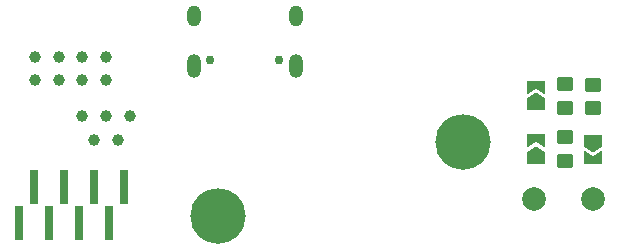
<source format=gbs>
G04 #@! TF.GenerationSoftware,KiCad,Pcbnew,8.0.7-8.0.7-0~ubuntu22.04.1*
G04 #@! TF.CreationDate,2024-12-31T16:15:11+01:00*
G04 #@! TF.ProjectId,kicad_makespace_tutorial,6b696361-645f-46d6-916b-657370616365,rev?*
G04 #@! TF.SameCoordinates,Original*
G04 #@! TF.FileFunction,Soldermask,Bot*
G04 #@! TF.FilePolarity,Negative*
%FSLAX46Y46*%
G04 Gerber Fmt 4.6, Leading zero omitted, Abs format (unit mm)*
G04 Created by KiCad (PCBNEW 8.0.7-8.0.7-0~ubuntu22.04.1) date 2024-12-31 16:15:11*
%MOMM*%
%LPD*%
G01*
G04 APERTURE LIST*
G04 Aperture macros list*
%AMRoundRect*
0 Rectangle with rounded corners*
0 $1 Rounding radius*
0 $2 $3 $4 $5 $6 $7 $8 $9 X,Y pos of 4 corners*
0 Add a 4 corners polygon primitive as box body*
4,1,4,$2,$3,$4,$5,$6,$7,$8,$9,$2,$3,0*
0 Add four circle primitives for the rounded corners*
1,1,$1+$1,$2,$3*
1,1,$1+$1,$4,$5*
1,1,$1+$1,$6,$7*
1,1,$1+$1,$8,$9*
0 Add four rect primitives between the rounded corners*
20,1,$1+$1,$2,$3,$4,$5,0*
20,1,$1+$1,$4,$5,$6,$7,0*
20,1,$1+$1,$6,$7,$8,$9,0*
20,1,$1+$1,$8,$9,$2,$3,0*%
%AMFreePoly0*
4,1,6,1.000000,0.000000,0.500000,-0.750000,-0.500000,-0.750000,-0.500000,0.750000,0.500000,0.750000,1.000000,0.000000,1.000000,0.000000,$1*%
%AMFreePoly1*
4,1,6,0.500000,-0.750000,-0.650000,-0.750000,-0.150000,0.000000,-0.650000,0.750000,0.500000,0.750000,0.500000,-0.750000,0.500000,-0.750000,$1*%
G04 Aperture macros list end*
%ADD10C,2.000000*%
%ADD11C,4.700000*%
%ADD12C,0.750000*%
%ADD13O,1.200000X2.000000*%
%ADD14O,1.200000X1.800000*%
%ADD15C,1.000000*%
%ADD16RoundRect,0.250000X-0.450000X0.350000X-0.450000X-0.350000X0.450000X-0.350000X0.450000X0.350000X0*%
%ADD17FreePoly0,90.000000*%
%ADD18FreePoly1,90.000000*%
%ADD19R,0.650000X3.000000*%
%ADD20FreePoly0,270.000000*%
%ADD21FreePoly1,270.000000*%
G04 APERTURE END LIST*
D10*
G04 #@! TO.C,J1*
X56750000Y-17000000D03*
X61750000Y-17000000D03*
G04 #@! TD*
D11*
G04 #@! TO.C,H1*
X50750000Y-12250000D03*
G04 #@! TD*
D12*
G04 #@! TO.C,USBC1*
X35150000Y-5262500D03*
X29350000Y-5262500D03*
D13*
X36580000Y-5762500D03*
X27920000Y-5762500D03*
D14*
X27920000Y-1582500D03*
X36580000Y-1582500D03*
G04 #@! TD*
D11*
G04 #@! TO.C,H3*
X30000000Y-18500000D03*
G04 #@! TD*
D15*
G04 #@! TO.C,TP11*
X16500000Y-7000000D03*
G04 #@! TD*
G04 #@! TO.C,TP2*
X14500000Y-5000000D03*
G04 #@! TD*
D16*
G04 #@! TO.C,R5*
X59350000Y-7300000D03*
X59350000Y-9300000D03*
G04 #@! TD*
D15*
G04 #@! TO.C,TP5*
X18500000Y-5000000D03*
G04 #@! TD*
D17*
G04 #@! TO.C,JP3*
X56900000Y-9025000D03*
D18*
X56900000Y-7575000D03*
G04 #@! TD*
D15*
G04 #@! TO.C,TP7*
X21500000Y-12000000D03*
G04 #@! TD*
D19*
G04 #@! TO.C,J2*
X21995000Y-16050000D03*
X20725000Y-19050000D03*
X19455000Y-16050000D03*
X18185000Y-19050000D03*
X16915000Y-16050000D03*
X15645000Y-19050000D03*
X14375000Y-16050000D03*
X13105000Y-19050000D03*
G04 #@! TD*
D15*
G04 #@! TO.C,TP10*
X18500000Y-10000000D03*
G04 #@! TD*
G04 #@! TO.C,TP1*
X19500000Y-12000000D03*
G04 #@! TD*
D16*
G04 #@! TO.C,R4*
X61700000Y-7350000D03*
X61700000Y-9350000D03*
G04 #@! TD*
D15*
G04 #@! TO.C,TP9*
X22500000Y-10000000D03*
G04 #@! TD*
G04 #@! TO.C,TP12*
X20500000Y-5000000D03*
G04 #@! TD*
D17*
G04 #@! TO.C,JP2*
X56900000Y-13525000D03*
D18*
X56900000Y-12075000D03*
G04 #@! TD*
D15*
G04 #@! TO.C,TP6*
X18500000Y-7000000D03*
G04 #@! TD*
G04 #@! TO.C,TP8*
X20500000Y-10000000D03*
G04 #@! TD*
G04 #@! TO.C,TP4*
X20500000Y-7000000D03*
G04 #@! TD*
D20*
G04 #@! TO.C,JP1*
X61700000Y-12125000D03*
D21*
X61700000Y-13575000D03*
G04 #@! TD*
D15*
G04 #@! TO.C,TP3*
X16500000Y-5000000D03*
G04 #@! TD*
D16*
G04 #@! TO.C,R6*
X59350000Y-11800000D03*
X59350000Y-13800000D03*
G04 #@! TD*
D15*
G04 #@! TO.C,TP13*
X14500000Y-7000000D03*
G04 #@! TD*
M02*

</source>
